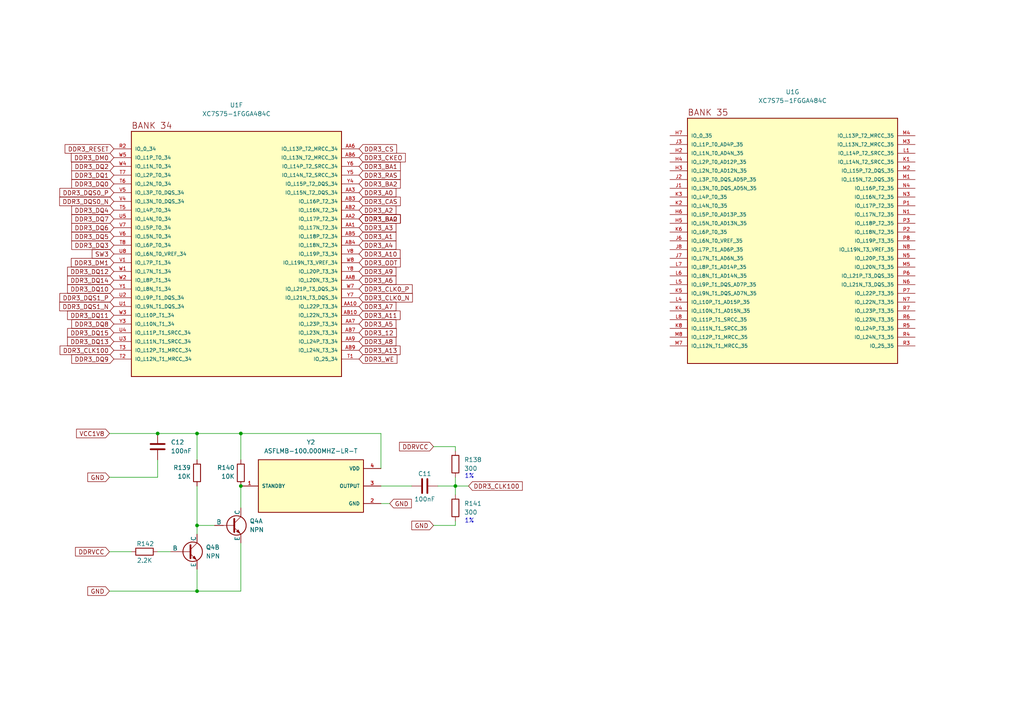
<source format=kicad_sch>
(kicad_sch (version 20231120) (generator "eeschema") (generator_version "8.0")
  (paper "A4")
  (title_block (title "ZYMA_ADC_FPGA") (date "2024-06-28") (rev "V01") (company "SHAKRA INNOVATIONS PVT LIMITED"))
  (junction (at 57.15 171.45))
  (junction (at 69.85 140.97))
  (junction (at 57.15 152.4))
  (junction (at 69.85 125.73))
  (junction (at 132.08 140.97))
  (junction (at 45.72 125.73))
  (junction (at 57.15 125.73))
  (wire (pts (xy 135.89 140.97) (xy 132.08 140.97)))
  (wire (pts (xy 132.08 140.97) (xy 132.08 143.51)))
  (wire (pts (xy 110.49 135.89) (xy 110.49 125.73)))
  (wire (pts (xy 132.08 152.4) (xy 132.08 151.13)))
  (wire (pts (xy 69.85 125.73) (xy 69.85 133.35)))
  (wire (pts (xy 31.75 125.73) (xy 45.72 125.73)))
  (wire (pts (xy 45.72 133.35) (xy 45.72 138.43)))
  (wire (pts (xy 57.15 140.97) (xy 57.15 152.4)))
  (wire (pts (xy 69.85 171.45) (xy 69.85 157.48)))
  (wire (pts (xy 57.15 165.1) (xy 57.15 171.45)))
  (wire (pts (xy 57.15 125.73) (xy 69.85 125.73)))
  (wire (pts (xy 57.15 171.45) (xy 69.85 171.45)))
  (wire (pts (xy 119.38 140.97) (xy 110.49 140.97)))
  (wire (pts (xy 45.72 160.02) (xy 49.53 160.02)))
  (wire (pts (xy 57.15 152.4) (xy 57.15 154.94)))
  (wire (pts (xy 125.73 152.4) (xy 132.08 152.4)))
  (wire (pts (xy 31.75 138.43) (xy 45.72 138.43)))
  (wire (pts (xy 127 140.97) (xy 132.08 140.97)))
  (wire (pts (xy 69.85 147.32) (xy 69.85 140.97)))
  (wire (pts (xy 125.73 129.54) (xy 132.08 129.54)))
  (wire (pts (xy 113.03 146.05) (xy 110.49 146.05)))
  (wire (pts (xy 57.15 133.35) (xy 57.15 125.73)))
  (wire (pts (xy 31.75 171.45) (xy 57.15 171.45)))
  (wire (pts (xy 57.15 152.4) (xy 62.23 152.4)))
  (wire (pts (xy 132.08 129.54) (xy 132.08 130.81)))
  (wire (pts (xy 132.08 140.97) (xy 132.08 138.43)))
  (wire (pts (xy 31.75 160.02) (xy 38.1 160.02)))
  (wire (pts (xy 110.49 125.73) (xy 69.85 125.73)))
  (wire (pts (xy 45.72 125.73) (xy 57.15 125.73)))
  (text "1%" (at 136.144 151.13 0) (effects (font (size 1.27 1.27))))
  (text "1%" (at 136.144 138.176 0) (effects (font (size 1.27 1.27))))
  (global_label "DDR3_A6" (shape input) (at 104.14 81.28 0) (property "Intersheetrefs" "${INTERSHEET_REFS}" (effects (hide yes))))
  (global_label "DDR3_DM1" (shape input) (at 33.02 76.2 180) (property "Intersheetrefs" "${INTERSHEET_REFS}" (effects (hide yes))))
  (global_label "DDR3_DQ11" (shape input) (at 33.02 91.44 180) (property "Intersheetrefs" "${INTERSHEET_REFS}" (effects (hide yes))))
  (global_label "GND" (shape input) (at 31.75 138.43 180) (property "Intersheetrefs" "${INTERSHEET_REFS}" (effects (hide yes))))
  (global_label "DDR3_DQ2" (shape input) (at 33.02 48.26 180) (property "Intersheetrefs" "${INTERSHEET_REFS}" (effects (hide yes))))
  (global_label "DDR3_A0" (shape input) (at 104.14 55.88 0) (property "Intersheetrefs" "${INTERSHEET_REFS}" (effects (hide yes))))
  (global_label "GND" (shape input) (at 31.75 171.45 180) (property "Intersheetrefs" "${INTERSHEET_REFS}" (effects (hide yes))))
  (global_label "DDR3_A1" (shape input) (at 104.14 68.58 0) (property "Intersheetrefs" "${INTERSHEET_REFS}" (effects (hide yes))))
  (global_label "SW3" (shape input) (at 33.02 73.66 180) (property "Intersheetrefs" "${INTERSHEET_REFS}" (effects (hide yes))))
  (global_label "DDR3_12" (shape input) (at 104.14 96.52 0) (property "Intersheetrefs" "${INTERSHEET_REFS}" (effects (hide yes))))
  (global_label "DDR3_CLK0_N" (shape input) (at 104.14 86.36 0) (property "Intersheetrefs" "${INTERSHEET_REFS}" (effects (hide yes))))
  (global_label "DDR3_DQ12" (shape input) (at 33.02 78.74 180) (property "Intersheetrefs" "${INTERSHEET_REFS}" (effects (hide yes))))
  (global_label "DDR3_CS" (shape input) (at 104.14 43.18 0) (property "Intersheetrefs" "${INTERSHEET_REFS}" (effects (hide yes))))
  (global_label "DDR3_DQ1" (shape input) (at 33.02 50.8 180) (property "Intersheetrefs" "${INTERSHEET_REFS}" (effects (hide yes))))
  (global_label "DDR3_DQ4" (shape input) (at 33.02 60.96 180) (property "Intersheetrefs" "${INTERSHEET_REFS}" (effects (hide yes))))
  (global_label "DDR3_WE" (shape input) (at 104.14 104.14 0) (property "Intersheetrefs" "${INTERSHEET_REFS}" (effects (hide yes))))
  (global_label "DDR3_A11" (shape input) (at 104.14 91.44 0) (property "Intersheetrefs" "${INTERSHEET_REFS}" (effects (hide yes))))
  (global_label "DDR3_CLK0_P" (shape input) (at 104.14 83.82 0) (property "Intersheetrefs" "${INTERSHEET_REFS}" (effects (hide yes))))
  (global_label "DDR3_CLK100" (shape input) (at 135.89 140.97 0) (property "Intersheetrefs" "${INTERSHEET_REFS}" (effects (hide yes))))
  (global_label "DDR3_DQ3" (shape input) (at 33.02 71.12 180) (property "Intersheetrefs" "${INTERSHEET_REFS}" (effects (hide yes))))
  (global_label "DDR3_BA0" (shape input) (at 104.14 63.5 0) (property "Intersheetrefs" "${INTERSHEET_REFS}" (effects (hide yes))))
  (global_label "DDR3_DQ13" (shape input) (at 33.02 99.06 180) (property "Intersheetrefs" "${INTERSHEET_REFS}" (effects (hide yes))))
  (global_label "DDR3_A2" (shape input) (at 104.14 60.96 0) (property "Intersheetrefs" "${INTERSHEET_REFS}" (effects (hide yes))))
  (global_label "GND" (shape input) (at 113.03 146.05 0) (property "Intersheetrefs" "${INTERSHEET_REFS}" (effects (hide yes))))
  (global_label "DDR3_DQ15" (shape input) (at 33.02 96.52 180) (property "Intersheetrefs" "${INTERSHEET_REFS}" (effects (hide yes))))
  (global_label "DDR3_DM0" (shape input) (at 33.02 45.72 180) (property "Intersheetrefs" "${INTERSHEET_REFS}" (effects (hide yes))))
  (global_label "DDR3_CAS" (shape input) (at 104.14 58.42 0) (property "Intersheetrefs" "${INTERSHEET_REFS}" (effects (hide yes))))
  (global_label "DDRVCC" (shape input) (at 31.75 160.02 180) (property "Intersheetrefs" "${INTERSHEET_REFS}" (effects (hide yes))))
  (global_label "DDR3_A8" (shape input) (at 104.14 99.06 0) (property "Intersheetrefs" "${INTERSHEET_REFS}" (effects (hide yes))))
  (global_label "DDR3_DQ9" (shape input) (at 33.02 104.14 180) (property "Intersheetrefs" "${INTERSHEET_REFS}" (effects (hide yes))))
  (global_label "DDR3_A10" (shape input) (at 104.14 73.66 0) (property "Intersheetrefs" "${INTERSHEET_REFS}" (effects (hide yes))))
  (global_label "DDR3_A4" (shape input) (at 104.14 71.12 0) (property "Intersheetrefs" "${INTERSHEET_REFS}" (effects (hide yes))))
  (global_label "DDR3_DQS1_N" (shape input) (at 33.02 88.9 180) (property "Intersheetrefs" "${INTERSHEET_REFS}" (effects (hide yes))))
  (global_label "GND" (shape input) (at 125.73 152.4 180) (property "Intersheetrefs" "${INTERSHEET_REFS}" (effects (hide yes))))
  (global_label "DDR3_DQ7" (shape input) (at 33.02 63.5 180) (property "Intersheetrefs" "${INTERSHEET_REFS}" (effects (hide yes))))
  (global_label "DDR3_DQS1_P" (shape input) (at 33.02 86.36 180) (property "Intersheetrefs" "${INTERSHEET_REFS}" (effects (hide yes))))
  (global_label "DDR3_BA2" (shape input) (at 104.14 63.5 0) (property "Intersheetrefs" "${INTERSHEET_REFS}" (effects (hide yes))))
  (global_label "DDR3_A3" (shape input) (at 104.14 66.04 0) (property "Intersheetrefs" "${INTERSHEET_REFS}" (effects (hide yes))))
  (global_label "DDR3_DQ5" (shape input) (at 33.02 68.58 180) (property "Intersheetrefs" "${INTERSHEET_REFS}" (effects (hide yes))))
  (global_label "DDR3_A7" (shape input) (at 104.14 88.9 0) (property "Intersheetrefs" "${INTERSHEET_REFS}" (effects (hide yes))))
  (global_label "DDR3_DQS0_N" (shape input) (at 33.02 58.42 180) (property "Intersheetrefs" "${INTERSHEET_REFS}" (effects (hide yes))))
  (global_label "DDR3_RESET" (shape input) (at 33.02 43.18 180) (property "Intersheetrefs" "${INTERSHEET_REFS}" (effects (hide yes))))
  (global_label "DDR3_DQ14" (shape input) (at 33.02 81.28 180) (property "Intersheetrefs" "${INTERSHEET_REFS}" (effects (hide yes))))
  (global_label "DDR3_DQS0_P" (shape input) (at 33.02 55.88 180) (property "Intersheetrefs" "${INTERSHEET_REFS}" (effects (hide yes))))
  (global_label "DDR3_BA2" (shape input) (at 104.14 53.34 0) (property "Intersheetrefs" "${INTERSHEET_REFS}" (effects (hide yes))))
  (global_label "DDR3_RAS" (shape input) (at 104.14 50.8 0) (property "Intersheetrefs" "${INTERSHEET_REFS}" (effects (hide yes))))
  (global_label "DDR3_DQ6" (shape input) (at 33.02 66.04 180) (property "Intersheetrefs" "${INTERSHEET_REFS}" (effects (hide yes))))
  (global_label "DDR3_DQ0" (shape input) (at 33.02 53.34 180) (property "Intersheetrefs" "${INTERSHEET_REFS}" (effects (hide yes))))
  (global_label "DDR3_DQ8" (shape input) (at 33.02 93.98 180) (property "Intersheetrefs" "${INTERSHEET_REFS}" (effects (hide yes))))
  (global_label "VCC1V8" (shape input) (at 31.75 125.73 180) (property "Intersheetrefs" "${INTERSHEET_REFS}" (effects (hide yes))))
  (global_label "DDR3_A13" (shape input) (at 104.14 101.6 0) (property "Intersheetrefs" "${INTERSHEET_REFS}" (effects (hide yes))))
  (global_label "DDR3_A9" (shape input) (at 104.14 78.74 0) (property "Intersheetrefs" "${INTERSHEET_REFS}" (effects (hide yes))))
  (global_label "DDR3_BA1" (shape input) (at 104.14 48.26 0) (property "Intersheetrefs" "${INTERSHEET_REFS}" (effects (hide yes))))
  (global_label "DDR3_A5" (shape input) (at 104.14 93.98 0) (property "Intersheetrefs" "${INTERSHEET_REFS}" (effects (hide yes))))
  (global_label "DDR3_CLK100" (shape input) (at 33.02 101.6 180) (property "Intersheetrefs" "${INTERSHEET_REFS}" (effects (hide yes))))
  (global_label "DDR3_DQ10" (shape input) (at 33.02 83.82 180) (property "Intersheetrefs" "${INTERSHEET_REFS}" (effects (hide yes))))
  (global_label "DDR3_ODT" (shape input) (at 104.14 76.2 0) (property "Intersheetrefs" "${INTERSHEET_REFS}" (effects (hide yes))))
  (global_label "DDR3_CKEO" (shape input) (at 104.14 45.72 0) (property "Intersheetrefs" "${INTERSHEET_REFS}" (effects (hide yes))))
  (global_label "DDRVCC" (shape input) (at 125.73 129.54 180) (property "Intersheetrefs" "${INTERSHEET_REFS}" (effects (hide yes))))
  (symbol (lib_id "xc7s75:XC7S75-1FGGA484C") (at 229.87 69.85 0) (unit 7)
    (property "Reference" "U1" (at 229.87 26.67 0))
    (property "Value" "XC7S75-1FGGA484C" (at 229.87 29.21 0))
    (property "Footprint" "XC7S75-1FGGA484C:BGA484C100P22X22_2300X2300X244N" (effects (hide yes)))
    (property "MF" "Xilinx Inc." (effects (hide yes)))
    (property "Description_1" "\nSpartan®-7 Field Programmable Gate Array (FPGA) IC 338 4331520 76800 484-BGA\n" (effects (hide yes)))
    (property "Package" "FCBGA-484 Xilinx" (effects (hide yes)))
    (property "Price" "None" (effects (hide yes)))
    (property "Check_prices" "https://www.snapeda.com/parts/XC7S75-1FGGA484C/Xilinx+Inc./view-part/?ref=eda" (effects (hide yes)))
    (property "STANDARD" "IPC-7351B" (effects (hide yes)))
    (property "SnapEDA_Link" "https://www.snapeda.com/parts/XC7S75-1FGGA484C/Xilinx+Inc./view-part/?ref=snap" (effects (hide yes)))
    (property "MP" "XC7S75-1FGGA484C" (effects (hide yes)))
    (property "Availability" "In Stock" (effects (hide yes)))
    (property "MANUFACTURER" "Xilinx" (effects (hide yes)))
  )
  (symbol (lib_id "Device:R") (at 57.15 137.16 0) (mirror y) (unit 1)
    (property "Reference" "R139" (at 55.372 135.636 0) (effects (justify left)))
    (property "Value" "10K" (at 55.372 138.176 0) (effects (justify left)))
    (property "Description" "Resistor" (effects (hide yes)))
  )
  (symbol (lib_id "Device:R") (at 41.91 160.02 90) (mirror x) (unit 1)
    (property "Reference" "R142" (at 44.704 157.734 90) (effects (justify left)))
    (property "Value" "2.2K" (at 44.196 162.56 90) (effects (justify left)))
    (property "Description" "Resistor" (effects (hide yes)))
  )
  (symbol (lib_id "Device:R") (at 132.08 134.62 0) (unit 1)
    (property "Reference" "R138" (at 134.62 133.3499 0) (effects (justify left)))
    (property "Value" "300" (at 134.62 135.8899 0) (effects (justify left)))
    (property "Description" "Resistor" (effects (hide yes)))
  )
  (symbol (lib_id "Device:C") (at 123.19 140.97 90) (unit 1)
    (property "Reference" "C11" (at 123.19 137.414 90))
    (property "Value" "100nF" (at 123.19 144.78 90))
    (property "Description" "Unpolarized capacitor" (effects (hide yes)))
  )
  (symbol (lib_id "Simulation_SPICE:NPN") (at 67.31 152.4 0) (unit 1)
    (property "Reference" "Q4A" (at 72.39 151.1299 0) (effects (justify left)))
    (property "Value" "NPN" (at 72.39 153.6699 0) (effects (justify left)))
    (property "Datasheet" "https://ngspice.sourceforge.io/docs/ngspice-html-manual/manual.xhtml#cha_BJTs" (effects (hide yes)))
    (property "Description" "Bipolar transistor symbol for simulation only, substrate tied to the emitter" (effects (hide yes)))
    (property "Sim.Device" "NPN" (effects (hide yes)))
    (property "Sim.Type" "GUMMELPOON" (effects (hide yes)))
    (property "Sim.Pins" "1=C 2=B 3=E" (effects (hide yes)))
  )
  (symbol (lib_id "Device:C") (at 45.72 129.54 0) (unit 1)
    (property "Reference" "C12" (at 49.53 128.2699 0) (effects (justify left)))
    (property "Value" "100nF" (at 49.53 130.8099 0) (effects (justify left)))
    (property "Description" "Unpolarized capacitor" (effects (hide yes)))
  )
  (symbol (lib_id "Device:R") (at 132.08 147.32 0) (unit 1)
    (property "Reference" "R141" (at 134.62 146.0499 0) (effects (justify left)))
    (property "Value" "300" (at 134.62 148.5899 0) (effects (justify left)))
    (property "Description" "Resistor" (effects (hide yes)))
  )
  (symbol (lib_id "Simulation_SPICE:NPN") (at 54.61 160.02 0) (unit 1)
    (property "Reference" "Q4B" (at 59.69 158.7499 0) (effects (justify left)))
    (property "Value" "NPN" (at 59.69 161.2899 0) (effects (justify left)))
    (property "Datasheet" "https://ngspice.sourceforge.io/docs/ngspice-html-manual/manual.xhtml#cha_BJTs" (effects (hide yes)))
    (property "Description" "Bipolar transistor symbol for simulation only, substrate tied to the emitter" (effects (hide yes)))
    (property "Sim.Device" "NPN" (effects (hide yes)))
    (property "Sim.Type" "GUMMELPOON" (effects (hide yes)))
    (property "Sim.Pins" "1=C 2=B 3=E" (effects (hide yes)))
  )
  (symbol (lib_id "Device:R") (at 69.85 137.16 0) (mirror y) (unit 1)
    (property "Reference" "R140" (at 68.072 135.636 0) (effects (justify left)))
    (property "Value" "10K" (at 68.072 138.176 0) (effects (justify left)))
    (property "Description" "Resistor" (effects (hide yes)))
  )
  (symbol (lib_id "New_Library:ASFLMB-100.000MHZ-LR-T") (at 90.17 140.97 0) (unit 1)
    (property "Reference" "Y2" (at 90.17 128.27 0))
    (property "Value" "ASFLMB-100.000MHZ-LR-T" (at 90.17 130.81 0))
    (property "Footprint" "ASFLMB-100.000MHZ-LR-T:XTAL_ASFLMB-100.000MHZ-LR-T" (effects (hide yes)))
    (property "PARTREV" "1.4.2021" (effects (hide yes)))
    (property "STANDARD" "Manufacturer Recommendations" (effects (hide yes)))
    (property "SNAPEDA_PN" "ASFLMB-100.000MHZ-LR-T" (effects (hide yes)))
    (property "MAXIMUM_PACKAGE_HEIGHT" "0.9" (effects (hide yes)))
    (property "MANUFACTURER" "Abracon" (effects (hide yes)))
  )
  (symbol (lib_id "xc7s75:XC7S75-1FGGA484C") (at 68.58 73.66 0) (unit 6)
    (property "Reference" "U1" (at 68.58 30.48 0))
    (property "Value" "XC7S75-1FGGA484C" (at 68.58 33.02 0))
    (property "Footprint" "XC7S75-1FGGA484C:BGA484C100P22X22_2300X2300X244N" (effects (hide yes)))
    (property "MF" "Xilinx Inc." (effects (hide yes)))
    (property "Description_1" "\nSpartan®-7 Field Programmable Gate Array (FPGA) IC 338 4331520 76800 484-BGA\n" (effects (hide yes)))
    (property "Package" "FCBGA-484 Xilinx" (effects (hide yes)))
    (property "Price" "None" (effects (hide yes)))
    (property "Check_prices" "https://www.snapeda.com/parts/XC7S75-1FGGA484C/Xilinx+Inc./view-part/?ref=eda" (effects (hide yes)))
    (property "STANDARD" "IPC-7351B" (effects (hide yes)))
    (property "SnapEDA_Link" "https://www.snapeda.com/parts/XC7S75-1FGGA484C/Xilinx+Inc./view-part/?ref=snap" (effects (hide yes)))
    (property "MP" "XC7S75-1FGGA484C" (effects (hide yes)))
    (property "Availability" "In Stock" (effects (hide yes)))
    (property "MANUFACTURER" "Xilinx" (effects (hide yes)))
  )
)
</source>
